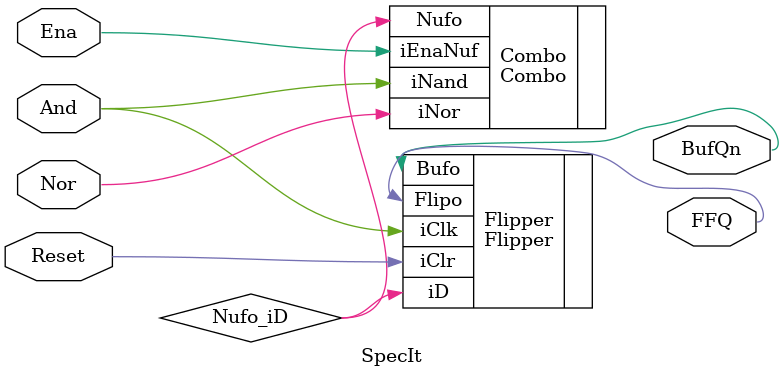
<source format=v>
`timescale 1ns/100ps
module SpecIt
( output FFQ, BufQn, input And, Nor, Ena, Reset); 
//
wire Nufo_iD;
//
Combo Combo
(.Nufo(Nufo_iD), .iEnaNuf(Ena), .iNor(Nor), .iNand(And));
//
Flipper Flipper
( .Flipo(FFQ), .Bufo(BufQn), .iD(Nufo_iD)
, .iClk(And), .iClr(Reset)
);
//
endmodule // SpecIt.
//

</source>
